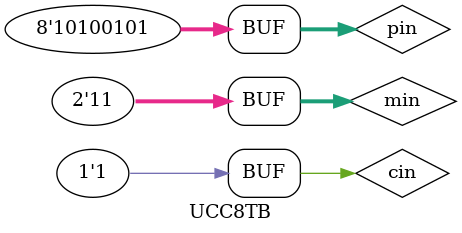
<source format=v>
`timescale 1ns/1ns
module UCC8TB ();
    wire [7:0] fout;
    wire cout;
    reg cin;
    reg [7:0] fin,pin;
    reg [1:0] min;
    wire [1:0] mout;
    UCC8 uut(fout, cout, mout, cin, fin, pin, min);
    
    initial begin
        #200;
        cin = 0;
        pin = 8'b0;
        min = 2'b0;
        fin = 8'b11000110; // do nothing
        #500;
        fin = fout;
        min = 2'b01; // count with cin = 0
        #200;
        cin = 1; // count with cin = 1
        fin = fout;
        #200;
        fin = fout;
        #200;
        fin = fout;
        #200;
        fin = fout;
        min = 2'b10; // count down
        #200;
        fin = fout;
        #200;
        fin = fout;
        #200;
        fin = fout;
        pin = 8'b10100101; // to have a diffrent parrallel input
        min = 2'b11; // to load
        #500;
        fin = fout;
        #200;
  end
endmodule 

</source>
